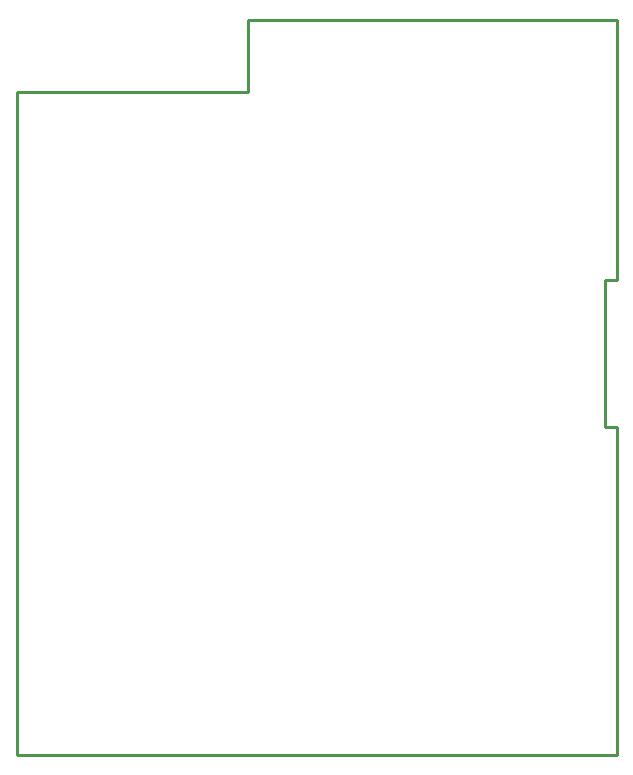
<source format=gbr>
G04 #@! TF.GenerationSoftware,KiCad,Pcbnew,no-vcs-found-097f89d~58~ubuntu14.04.1*
G04 #@! TF.CreationDate,2017-05-03T15:29:04+03:00*
G04 #@! TF.ProjectId,ESP32-GATEWAY_Rev_A,45535033322D474154455741595F5265,B*
G04 #@! TF.FileFunction,Profile,NP*
%FSLAX46Y46*%
G04 Gerber Fmt 4.6, Leading zero omitted, Abs format (unit mm)*
G04 Created by KiCad (PCBNEW no-vcs-found-097f89d~58~ubuntu14.04.1) date Wed May  3 15:29:04 2017*
%MOMM*%
%LPD*%
G01*
G04 APERTURE LIST*
%ADD10C,0.100000*%
%ADD11C,0.254000*%
G04 APERTURE END LIST*
D10*
D11*
X120396000Y-101473000D02*
X120396000Y-129286000D01*
X119380000Y-101473000D02*
X120396000Y-101473000D01*
X119380000Y-89027000D02*
X119380000Y-101473000D01*
X120396000Y-89027000D02*
X119380000Y-89027000D01*
X120396000Y-67056000D02*
X120396000Y-89027000D01*
X120396000Y-67056000D02*
X89154000Y-67056000D01*
X69596000Y-129286000D02*
X120396000Y-129286000D01*
X69596000Y-73152000D02*
X69596000Y-129286000D01*
X89154000Y-73152000D02*
X89154000Y-67056000D01*
X69596000Y-73152000D02*
X89154000Y-73152000D01*
M02*

</source>
